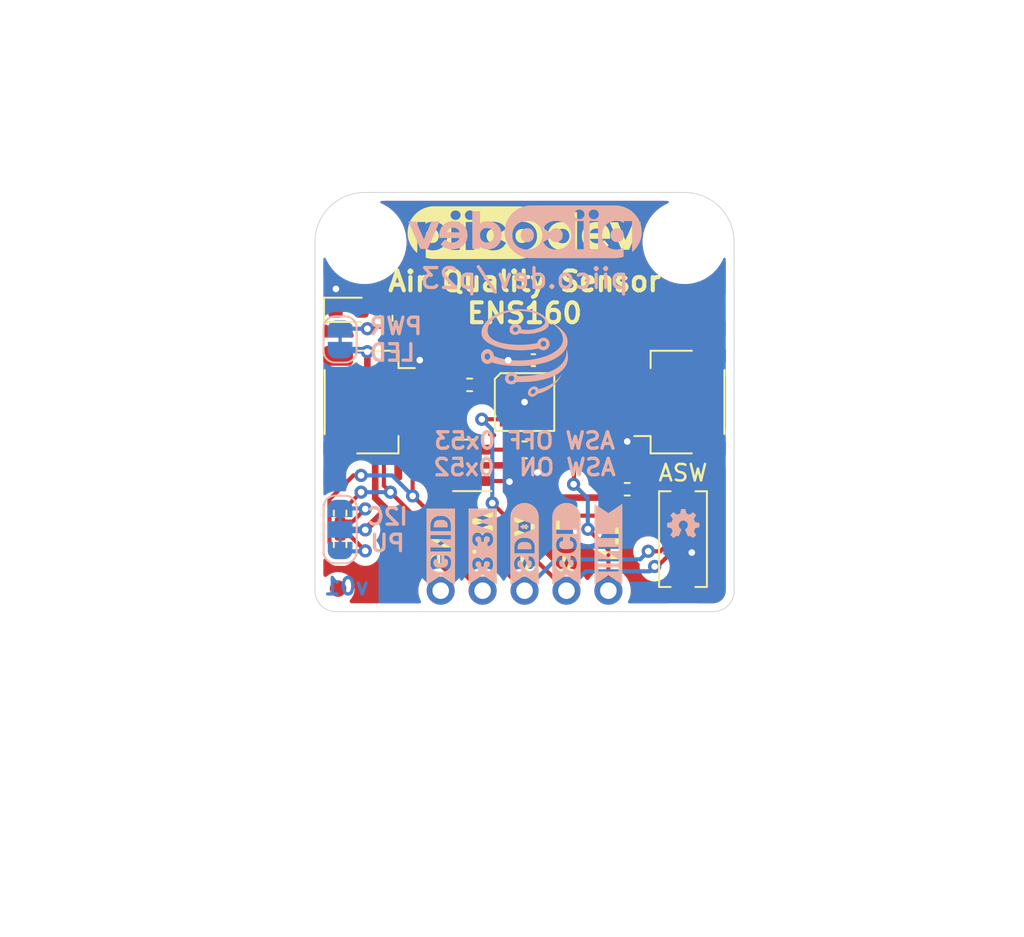
<source format=kicad_pcb>
(kicad_pcb (version 20211014) (generator pcbnew)
  (title_block (title "PiicoDev Air Quality Sensor") (date "2022-05-04") (rev "00") (company "Core Electronics") (comment 1 "Designed by Peter Johnston at") (comment 2 "PiicoDev and the PiicoDev logo are trademarks of Core Electronics Pty Ltd.") (comment 3 "License: CCASAv4.0 http://creativecommons.org/licenses/by-sa/4.0"))
  (layers (0 "F.Cu" signal) (31 "B.Cu" signal) (34 "B.Paste" user) (35 "F.Paste" user) (36 "B.SilkS" user "B.Silkscreen") (37 "F.SilkS" user "F.Silkscreen") (38 "B.Mask" user) (39 "F.Mask" user) (44 "Edge.Cuts" user))
  (net 0 "")
  (net 1 "+3V3")
  (net 2 "GND")
  (net 3 "Net-(D1-Pad2)")
  (net 4 "/SCL")
  (net 5 "/SDA")
  (net 6 "Net-(JP1-Pad2)")
  (net 7 "Net-(JP2-Pad1)")
  (net 8 "Net-(JP2-Pad3)")
  (net 9 "Net-(C2-Pad1)")
  (net 10 "/INT")
  (net 11 "Net-(R5-Pad2)")
  (net 12 "Net-(U1-Pad3)")
  (footprint "Connector_JST:JST_SH_SM04B-SRSS-TB_1x04-1MP_P1.00mm_Horizontal" (layer "F.Cu") (at 106.7054 101.346 90)
    (fp_text reference "J2" hide)
    (fp_text value " " hide)
    (pad "1" smd roundrect locked (at -1.5 -2 90) (size 0.6 1.55) (layers "F.Cu" "F.Paste" "F.Mask") (net 2 "GND"))
    (pad "2" smd roundrect locked (at -0.5 -2 90) (size 0.6 1.55) (layers "F.Cu" "F.Paste" "F.Mask") (net 1 "+3V3"))
    (pad "3" smd roundrect locked (at 0.5 -2 90) (size 0.6 1.55) (layers "F.Cu" "F.Paste" "F.Mask") (net 5 "/SDA"))
    (pad "4" smd roundrect locked (at 1.5 -2 90) (size 0.6 1.55) (layers "F.Cu" "F.Paste" "F.Mask") (net 4 "/SCL"))
    (pad "MP" smd roundrect locked (at -2.8 1.875 90) (size 1.2 1.8) (layers "F.Cu" "F.Paste" "F.Mask") (roundrect_rratio 0.2083333333))
    (pad "MP" smd roundrect locked (at 2.8 1.875 90) (size 1.2 1.8) (layers "F.Cu" "F.Paste" "F.Mask") (roundrect_rratio 0.2083333333))
  )
  (footprint "CoreElectronics_Components:MountingHole_2.7mm_M2.5_PadClearance_1.2" (layer "F.Cu") (at 87.582 91.646)
    (fp_text reference "H1" hide)
    (fp_text value "MountingHole" hide)
    (pad "" np_thru_hole circle locked (at 0 0) (size 2.7 2.7) (drill 2.7) (layers *.Cu *.Mask))
  )
  (footprint "Fiducial:Fiducial_1mm_Mask2mm" (layer "F.Cu") (at 85.979 112.649)
    (fp_text reference "FID1" hide)
    (fp_text value "Fiducial" hide)
    (pad "" smd circle locked (at 0 0) (size 1 1) (layers "F.Cu" "F.Mask") (clearance 0.5))
  )
  (footprint "CoreElectronics_Components:MountingHole_2.7mm_M2.5_PadClearance_1.2" (layer "F.Cu") (at 106.982 91.646)
    (fp_text reference "H2" hide)
    (fp_text value "MountingHole" hide)
    (pad "" np_thru_hole circle locked (at 0 0) (size 2.7 2.7) (drill 2.7) (layers *.Cu *.Mask))
  )
  (footprint "Fiducial:Fiducial_1mm_Mask2mm" (layer "F.Cu") (at 108.585 95.631)
    (fp_text reference "FID2" hide)
    (fp_text value "Fiducial" hide)
    (pad "" smd circle locked (at 0 0) (size 1 1) (layers "F.Cu" "F.Mask") (clearance 0.5))
  )
  (footprint "Resistor_SMD:R_0402_1005Metric" (layer "F.Cu") (at 88.9 96.266 90)
    (fp_text reference "R1" hide)
    (fp_text value "10k")
    (pad "1" smd roundrect locked (at -0.51 0 90) (size 0.54 0.64) (layers "F.Cu" "F.Paste" "F.Mask") (net 6 "Net-(JP1-Pad2)"))
    (pad "2" smd roundrect locked (at 0.51 0 90) (size 0.54 0.64) (layers "F.Cu" "F.Paste" "F.Mask") (net 3 "Net-(D1-Pad2)"))
  )
  (footprint "LED_SMD:LED_0603_1608Metric" (layer "F.Cu") (at 86.614 95.758)
    (fp_text reference "D1" hide)
    (fp_text value "LED")
    (pad "1" smd roundrect locked (at -0.7875 0) (size 0.875 0.95) (layers "F.Cu" "F.Paste" "F.Mask") (net 2 "GND"))
    (pad "2" smd roundrect locked (at 0.7875 0) (size 0.875 0.95) (layers "F.Cu" "F.Paste" "F.Mask") (net 3 "Net-(D1-Pad2)"))
  )
  (footprint "Connector_JST:JST_SH_SM04B-SRSS-TB_1x04-1MP_P1.00mm_Horizontal" (layer "F.Cu") (at 87.8586 101.346 -90)
    (fp_text reference "J1" hide)
    (fp_text value " " hide)
    (pad "1" smd roundrect locked (at -1.5 -2 270) (size 0.6 1.55) (layers "F.Cu" "F.Paste" "F.Mask") (net 2 "GND"))
    (pad "2" smd roundrect locked (at -0.5 -2 270) (size 0.6 1.55) (layers "F.Cu" "F.Paste" "F.Mask") (net 1 "+3V3"))
    (pad "3" smd roundrect locked (at 0.5 -2 270) (size 0.6 1.55) (layers "F.Cu" "F.Paste" "F.Mask") (net 5 "/SDA"))
    (pad "4" smd roundrect locked (at 1.5 -2 270) (size 0.6 1.55) (layers "F.Cu" "F.Paste" "F.Mask") (net 4 "/SCL"))
    (pad "MP" smd roundrect locked (at -2.8 1.875 270) (size 1.2 1.8) (layers "F.Cu" "F.Paste" "F.Mask") (roundrect_rratio 0.2083333333))
    (pad "MP" smd roundrect locked (at 2.8 1.875 270) (size 1.2 1.8) (layers "F.Cu" "F.Paste" "F.Mask") (roundrect_rratio 0.2083333333))
  )
  (footprint "CoreElectronics_Artwork:piicodev_logo_14.2x3.4mm" (layer "F.Cu") (at 97.282 91.186)
    (fp_text reference "G1" hide)
    (fp_text value "LOGO_PiicoDev" hide)
  )
  (footprint "Resistor_SMD:R_0402_1005Metric" (layer "F.Cu") (at 86.106 109.982 -90)
    (fp_text reference "R2" hide)
    (fp_text value "10k")
    (pad "1" smd roundrect locked (at -0.51 0 270) (size 0.54 0.64) (layers "F.Cu" "F.Paste" "F.Mask") (net 8 "Net-(JP2-Pad3)"))
    (pad "2" smd roundrect locked (at 0.51 0 270) (size 0.54 0.64) (layers "F.Cu" "F.Paste" "F.Mask") (net 4 "/SCL"))
  )
  (footprint "Resistor_SMD:R_0402_1005Metric" (layer "F.Cu") (at 86.106 108.077 90)
    (fp_text reference "R3" hide)
    (fp_text value "10k")
    (pad "1" smd roundrect locked (at -0.51 0 90) (size 0.54 0.64) (layers "F.Cu" "F.Paste" "F.Mask") (net 7 "Net-(JP2-Pad1)"))
    (pad "2" smd roundrect locked (at 0.51 0 90) (size 0.54 0.64) (layers "F.Cu" "F.Paste" "F.Mask") (net 5 "/SDA"))
  )
  (footprint "kibuzzard-6285E559" (layer "F.Cu") (at 94.742 110.094931 90)
    (fp_text reference "kibuzzard-6285E559" hide)
    (fp_text value "G***" hide)
  )
  (footprint "CoreElectronics_Components:PiicoDev_header_5pin" (layer "F.Cu") (at 92.202 112.776 90)
    (fp_text reference "J3" hide)
    (fp_text value "Conn_01x05_Male" hide)
    (pad "1" thru_hole circle locked (at 0 0 90) (size 1.7 1.7) (drill 1) (layers *.Cu *.Mask) (net 2 "GND"))
    (pad "2" thru_hole oval locked (at 0 2.54 90) (size 1.7 1.7) (drill 1) (layers *.Cu *.Mask) (net 1 "+3V3"))
    (pad "3" thru_hole oval locked (at 0 5.08 90) (size 1.7 1.7) (drill 1) (layers *.Cu *.Mask) (net 5 "/SDA"))
    (pad "4" thru_hole oval locked (at 0 7.62 90) (size 1.7 1.7) (drill 1) (layers *.Cu *.Mask) (net 4 "/SCL"))
    (pad "5" thru_hole oval locked (at 0 10.16 90) (size 1.7 1.7) (drill 1) (layers *.Cu *.Mask) (net 10 "/INT"))
  )
  (footprint "Resistor_SMD:R_0402_1005Metric" (layer "F.Cu") (at 103.505 106.6292)
    (fp_text reference "R4" hide)
    (fp_text value "10k")
    (pad "1" smd roundrect (at -0.51 0) (size 0.54 0.64) (layers "F.Cu" "F.Paste" "F.Mask") (net 1 "+3V3"))
    (pad "2" smd roundrect (at 0.51 0) (size 0.54 0.64) (layers "F.Cu" "F.Paste" "F.Mask") (net 12 "Net-(U1-Pad3)"))
  )
  (footprint "CoreElectronics_Components:SW_DIP_x01_Slide_CHS-01A1" (layer "F.Cu") (at 106.8832 109.6518)
    (fp_text reference "ASW1" hide)
    (fp_text value "SW_DIP_x01")
    (pad "1" smd rect (at 0 2.54) (size 1 1.6) (layers "F.Cu" "F.Paste" "F.Mask") (net 2 "GND"))
    (pad "2" smd rect (at 0 -2.54) (size 1 1.6) (layers "F.Cu" "F.Paste" "F.Mask") (net 12 "Net-(U1-Pad3)"))
  )
  (footprint "Capacitor_SMD:C_0603_1608Metric" (layer "F.Cu") (at 97.282 104.2416)
    (fp_text reference "C2" hide)
    (fp_text value "10u")
    (pad "1" smd roundrect (at -0.775 0) (size 0.9 0.95) (layers "F.Cu" "F.Paste" "F.Mask") (net 9 "Net-(C2-Pad1)"))
    (pad "2" smd roundrect (at 0.775 0) (size 0.9 0.95) (layers "F.Cu" "F.Paste" "F.Mask") (net 2 "GND"))
  )
  (footprint "kibuzzard-6285E79D" (layer "F.Cu") (at 102.362 109.959149 90)
    (fp_text reference "kibuzzard-6285E79D" hide)
    (fp_text value "G***" hide)
  )
  (footprint "kibuzzard-6285E748" (layer "F.Cu") (at 99.822 109.929164 90)
    (fp_text reference "kibuzzard-6285E748" hide)
    (fp_text value "G***" hide)
  )
  (footprint "kibuzzard-6285E695" (layer "F.Cu") (at 92.202 110.109 90)
    (fp_text reference "kibuzzard-6285E695" hide)
    (fp_text value "G***" hide)
  )
  (footprint "Capacitor_SMD:C_0402_1005Metric" (layer "F.Cu") (at 97.8154 98.806 180)
    (fp_text reference "C1" hide)
    (fp_text value "100n")
    (pad "1" smd roundrect (at -0.48 0 180) (size 0.56 0.62) (layers "F.Cu" "F.Paste" "F.Mask") (net 1 "+3V3"))
    (pad "2" smd roundrect (at 0.48 0 180) (size 0.56 0.62) (layers "F.Cu" "F.Paste" "F.Mask") (net 2 "GND"))
  )
  (footprint "Resistor_SMD:R_0402_1005Metric" (layer "F.Cu") (at 93.9546 100.3046)
    (fp_text reference "R5" hide)
    (fp_text value "120R")
    (pad "1" smd roundrect (at -0.51 0) (size 0.54 0.64) (layers "F.Cu" "F.Paste" "F.Mask") (net 5 "/SDA"))
    (pad "2" smd roundrect (at 0.51 0) (size 0.54 0.64) (layers "F.Cu" "F.Paste" "F.Mask") (net 11 "Net-(R5-Pad2)"))
  )
  (footprint "kibuzzard-6285E568" (layer "F.Cu") (at 97.282 109.94629 90)
    (fp_text reference "kibuzzard-6285E568" hide)
    (fp_text value "G***" hide)
  )
  (footprint "CoreElectronics_Components:ScioSense_ENS160" (layer "F.Cu") (at 97.282 101.346)
    (fp_text reference "U1" hide)
    (fp_text value "ENS160")
    (pad "1" smd rect (at -1.05 -1.05) (size 0.9 0.85) (layers "F.Cu" "F.Paste" "F.Mask") (net 11 "Net-(R5-Pad2)"))
    (pad "2" smd rect (at -1.05 0) (size 0.9 0.85) (layers "F.Cu" "F.Paste" "F.Mask") (net 4 "/SCL"))
    (pad "3" smd rect (at -1.05 1.05) (size 0.9 0.85) (layers "F.Cu" "F.Paste" "F.Mask") (net 12 "Net-(U1-Pad3)"))
    (pad "4" smd rect (at 0 1.05) (size 0.9 0.85) (layers "F.Cu" "F.Paste" "F.Mask") (net 9 "Net-(C2-Pad1)"))
    (pad "5" smd rect (at 1.05 1.05) (size 0.9 0.85) (layers "F.Cu" "F.Paste" "F.Mask") (net 1 "+3V3"))
    (pad "6" smd rect (at 1.05 0) (size 0.9 0.85) (layers "F.Cu" "F.Paste" "F.Mask") (net 10 "/INT"))
    (pad "7" smd rect (at 1.05 -1.05) (size 0.9 0.85) (layers "F.Cu" "F.Paste" "F.Mask") (net 1 "+3V3"))
    (pad "8" smd rect (at 0 -1.05) (size 0.9 0.85) (layers "F.Cu" "F.Paste" "F.Mask") (net 2 "GND"))
    (pad "9" smd rect (at 0 0) (size 0.9 0.85) (layers "F.Cu" "F.Paste" "F.Mask") (net 2 "GND"))
  )
  (footprint "kibuzzard-6285E695" (layer "F.Cu") (at 92.202 110.109 90)
    (fp_text reference "kibuzzard-6285E695" hide)
    (fp_text value "G***" hide)
  )
  (footprint "Package_TO_SOT_SMD:SOT-23" (layer "F.Cu") (at 93.599 105.1814 180)
    (fp_text reference "U2" hide)
    (fp_text value "Regulator 1V8")
    (pad "1" smd roundrect (at -0.9375 -0.95 180) (size 1.475 0.6) (layers "F.Cu" "F.Paste" "F.Mask") (net 2 "GND"))
    (pad "2" smd roundrect (at -0.9375 0.95 180) (size 1.475 0.6) (layers "F.Cu" "F.Paste" "F.Mask") (net 9 "Net-(C2-Pad1)"))
    (pad "3" smd roundrect (at 0.9375 0 180) (size 1.475 0.6) (layers "F.Cu" "F.Paste" "F.Mask") (net 1 "+3V3"))
  )
  (footprint "CoreElectronics_Artwork:piicodev_logo_14.2x3.4mm" (layer "B.Cu") (at 97.297953 91.1352 180)
    (fp_text reference "G3" hide)
    (fp_text value "LOGO_made-with-love" hide)
  )
  (footprint "CoreElectronics_Artwork:oshw" (layer "B.Cu") (at 106.9086 108.712 180)
    (fp_text reference "LOGO1" hide)
    (fp_text value "Logo_Open_Hardware_Small" hide)
  )
  (footprint "CoreElectronics_Artwork:CoreElectronics_logo_5mm" (layer "B.Cu") (at 97.282 98.3742 180)
    (fp_text reference "G2" hide)
    (fp_text value "LOGO_CoreElectronics_no-text" hide)
  )
  (footprint "CoreElectronics_Components:SolderJumper-2_P1.3mm_Bridged_RoundedPad1.0x1.5mm" (layer "B.Cu") (at 86.106 97.551 90)
    (fp_text reference "JP1" hide)
    (fp_text value "LED")
    (fp_poly (pts (xy 0.25 0.1) (xy -0.25 0.1) (xy -0.25 -0.1) (xy 0.25 -0.1)) (layer "B.Cu") (width 0) (fill solid))
    (pad "1" smd custom locked (at -0.65 0 90) (size 1 0.5) (layers "B.Cu" "B.Mask") (net 1 "+3V3") (options (clearance outline) (anchor rect)) (primitives (gr_circle (center 0 -0.25) (end 0.5 -0.25) (width 0) (fill yes)) (gr_circle (center 0 0.25) (end 0.5 0.25) (width 0) (fill yes)) (gr_poly (pts (xy 0 0.75) (xy 0.5 0.75) (xy 0.5 -0.75) (xy 0 -0.75)) (width 0) (fill yes))))
    (pad "2" smd custom locked (at 0.65 0 90) (size 1 0.5) (layers "B.Cu" "B.Mask") (net 6 "Net-(JP1-Pad2)") (options (clearance outline) (anchor rect)) (primitives (gr_circle (center 0 -0.25) (end 0.5 -0.25) (width 0) (fill yes)) (gr_circle (center 0 0.25) (end 0.5 0.25) (width 0) (fill yes)) (gr_poly (pts (xy 0 0.75) (xy -0.5 0.75) (xy -0.5 -0.75) (xy 0 -0.75)) (width 0) (fill yes))))
  )
  (footprint "kibuzzard-6285E568" (layer "B.Cu") (at 97.282 109.94629 90)
    (fp_text reference "kibuzzard-6285E568" hide)
    (fp_text value "G***" hide)
  )
  (footprint "kibuzzard-6285E79D" (layer "B.Cu") (at 102.362 109.959149 90)
    (fp_text reference "kibuzzard-6285E79D" hide)
    (fp_text value "G***" hide)
  )
  (footprint "kibuzzard-6285E559" (layer "B.Cu") (at 94.742 110.094931 90)
    (fp_text reference "kibuzzard-6285E559" hide)
    (fp_text value "G***" hide)
  )
  (footprint "CoreElectronics_Components:SolderJumper-3_P1.3mm_Closed_RoundedPad1.0x1.5mm_NumberLabels" (layer "B.Cu") (at 86.106 109.0676 -90)
    (fp_text reference "JP2" hide)
    (fp_text value "SolderJumper_3_Bridged123-Jumper")
    (fp_line (start -0.85 0) (end 0.85 0) (layer "B.Cu") (width 0.2))
    (pad "1" smd custom locked (at -1.3 0 270) (size 1 0.5) (layers "B.Cu" "B.Mask") (net 7 "Net-(JP2-Pad1)") (options (clearance outline) (anchor rect)) (primitives (gr_circle (center 0 -0.25) (end 0.5 -0.25) (width 0) (fill yes)) (gr_circle (center 0 0.25) (end 0.5 0.25) (width 0) (fill yes)) (gr_poly (pts (xy 0.55 0.75) (xy 0 0.75) (xy 0 -0.75) (xy 0.55 -0.75)) (width 0) (fill yes))))
    (pad "2" smd rect locked (at 0 0 270) (size 1 1.5) (layers "B.Cu" "B.Mask") (net 1 "+3V3"))
    (pad "3" smd custom locked (at 1.3 0 270) (size 1 0.5) (layers "B.Cu" "B.Mask") (net 8 "Net-(JP2-Pad3)") (options (clearance outline) (anchor rect)) (primitives (gr_circle (center 0 -0.25) (end 0.5 -0.25) (width 0) (fill yes)) (gr_circle (center 0 0.25) (end 0.5 0.25) (width 0) (fill yes)) (gr_poly (pts (xy -0.55 0.75) (xy 0 0.75) (xy 0 -0.75) (xy -0.55 -0.75)) (width 0) (fill yes))))
  )
  (footprint "kibuzzard-6285E695" (layer "B.Cu") (at 92.202 110.109 90)
    (fp_text reference "kibuzzard-6285E695" hide)
    (fp_text value "G***" hide)
  )
  (footprint "kibuzzard-6285E748" (layer "B.Cu") (at 99.822 109.929164 90)
    (fp_text reference "kibuzzard-6285E748" hide)
    (fp_text value "G***" hide)
  )
  (gr_arc (start 109.982 112.776) (mid 109.610026 113.674026) (end 108.712 114.046) (layer "Edge.Cuts") (width 0.05))
  (gr_arc (start 85.852 114.046) (mid 84.953974 113.674026) (end 84.582 112.776) (layer "Edge.Cuts") (width 0.05))
  (gr_line (start 108.712 114.046) (end 85.852 114.046) (layer "Edge.Cuts") (width 0.05))
  (gr_line (start 87.582 88.646) (end 106.982 88.646) (layer "Edge.Cuts") (width 0.05))
  (gr_line (start 109.982 91.646) (end 109.982 112.776) (layer "Edge.Cuts") (width 0.05))
  (gr_arc (start 106.982 88.646) (mid 109.10332 89.52468) (end 109.982 91.646) (layer "Edge.Cuts") (width 0.05))
  (gr_line (start 84.582 112.776) (end 84.582 91.646) (layer "Edge.Cuts") (width 0.05))
  (gr_arc (start 84.582 91.646) (mid 85.46068 89.52468) (end 87.582 88.646) (layer "Edge.Cuts") (width 0.05))
  (gr_text "v01" (at 86.492 112.522) (layer "B.Cu") (effects (font (size 1 1) (thickness 0.2)) (justify mirror)))
  (gr_text "piico.dev/p23" (at 97.282 93.853) (layer "B.SilkS") (effects (font (size 1.2 1.2) (thickness 0.2)) (justify mirror)))
  (gr_text "PWR\nLED" (at 87.7824 97.551) (layer "B.SilkS") (effects (font (size 1 1) (thickness 0.2)) (justify right mirror)))
  (gr_text "I2C\nPU" (at 88.9762 109.093) (layer "B.SilkS") (effects (font (size 1 1) (thickness 0.2)) (justify mirror)))
  (gr_text "ASW OFF 0x53\nASW ON  0x52" (at 97.282 104.4956) (layer "B.SilkS") (effects (font (size 1 1) (thickness 0.2)) (justify mirror)))
  (gr_text "Air Quality Sensor\nENS160" (at 97.282 94.996) (layer "F.SilkS") (effects (font (size 1.2 1.2) (thickness 0.25))))
  (gr_text "ASW" (at 106.8832 105.6386) (layer "F.SilkS") (effects (font (size 1 1))))
  (segment (start 102.995 106.428) (end 106.36636 103.05664) (width 0.4) (layer "F.Cu") (net 1))
  (segment (start 92.583 111.506) (end 93.472 111.506) (width 0.4) (layer "F.Cu") (net 1))
  (segment (start 105.8465 101.846) (end 106.36636 102.36586) (width 0.4) (layer "F.Cu") (net 1))
  (segment (start 98.93152 102.99552) (end 98.93152 104.59572) (width 0.4) (layer "F.Cu") (net 1))
  (segment (start 87.757 99.949) (end 88.654 100.846) (width 0.4) (layer "F.Cu") (net 1))
  (segment (start 98.93152 104.59572) (end 98.93152 106.50368) (width 0.4) (layer "F.Cu") (net 1))
  (segment (start 96.52 105.1814) (end 97.269889 105.931289) (width 0.4) (layer "F.Cu") (net 1))
  (segment (start 97.92932 106.6038) (end 98.8314 106.6038) (width 0.4) (layer "F.Cu") (net 1))
  (segment (start 88.23358 107.15658) (end 88.8365 107.7595) (width 0.4) (layer "F.Cu") (net 1))
  (segment (start 88.23358 101.26642) (end 88.23358 107.15658) (width 0.4) (layer "F.Cu") (net 1))
  (segment (start 98.93152 106.50368) (end 98.8314 106.6038) (width 0.4) (layer "F.Cu") (net 1))
  (segment (start 87.757 98.298) (end 87.757 99.949) (width 0.4) (layer "F.Cu") (net 1))
  (segment (start 87.63 109.093) (end 88.8365 107.8865) (width 0.4) (layer "F.Cu") (net 1))
  (segment (start 88.8365 107.7595) (end 92.583 111.506) (width 0.4) (layer "F.Cu") (net 1))
  (segment (start 93.472 111.506) (end 94.742 112.776) (width 0.4) (layer "F.Cu") (net 1))
  (segment (start 91.827275 100.846) (end 89.8586 100.846) (width 0.4) (layer "F.Cu") (net 1))
  (segment (start 101.3354 101.846) (end 104.7054 101.846) (width 0.4) (layer "F.Cu") (net 1))
  (segment (start 99.3648 107.1372) (end 102.487 107.1372) (width 0.4) (layer "F.Cu") (net 1))
  (segment (start 102.487 107.1372) (end 102.995 106.6292) (width 0.4) (layer "F.Cu") (net 1))
  (segment (start 95.213475 97.4598) (end 91.827275 100.846) (width 0.4) (layer "F.Cu") (net 1))
  (segment (start 98.2954 98.806) (end 98.2954 100.2594) (width 0.4) (layer "F.Cu") (net 1))
  (segment (start 88.654 100.846) (end 89.8586 100.846) (width 0.4) (layer "F.Cu") (net 1))
  (segment (start 98.298 98.8034) (end 98.298 98.171) (width 0.4) (layer "F.Cu") (net 1))
  (segment (start 98.2954 98.806) (end 101.3354 101.846) (width 0.4) (layer "F.Cu") (net 1))
  (segment (start 97.269889 105.944369) (end 97.92932 106.6038) (width 0.4) (layer "F.Cu") (net 1))
  (segment (start 97.269889 105.931289) (end 97.269889 105.944369) (width 0.4) (layer "F.Cu") (net 1))
  (segment (start 98.298 98.171) (end 97.5868 97.4598) (width 0.4) (layer "F.Cu") (net 1))
  (segment (start 88.8365 107.8865) (end 88.8365 107.7595) (width 0.4) (layer "F.Cu") (net 1))
  (segment (start 88.654 100.846) (end 88.23358 101.26642) (width 0.4) (layer "F.Cu") (net 1))
  (segment (start 98.8314 106.6038) (end 99.3648 107.1372) (width 0.4) (layer "F.Cu") (net 1))
  (segment (start 102.995 106.6292) (end 102.995 106.428) (width 0.4) (layer "F.Cu") (net 1))
  (segment (start 98.2954 100.2594) (end 98.332 100.296) (width 0.4) (layer "F.Cu") (net 1))
  (segment (start 106.36636 102.36586) (end 106.36636 103.05664) (width 0.4) (layer "F.Cu") (net 1))
  (segment (start 92.6615 105.1814) (end 96.52 105.1814) (width 0.4) (layer "F.Cu") (net 1))
  (segment (start 97.5868 97.4598) (end 95.213475 97.4598) (width 0.4) (layer "F.Cu") (net 1))
  (segment (start 98.332 102.396) (end 98.93152 102.99552) (width 0.4) (layer "F.Cu") (net 1))
  (segment (start 104.7054 101.846) (end 105.8465 101.846) (width 0.4) (layer "F.Cu") (net 1))
  (via (at 87.757 98.298) (size 0.8) (drill 0.4) (layers "F.Cu" "B.Cu") (net 1))
  (via (at 87.63 109.093) (size 0.8) (drill 0.4) (layers "F.Cu" "B.Cu") (net 1))
  (segment (start 86.106 98.201) (end 87.152 98.201) (width 0.4) (layer "B.Cu") (net 1))
  (segment (start 86.106 109.093) (end 87.63 109.093) (width 0.4) (layer "B.Cu") (net 1))
  (segment (start 87.66 98.201) (end 87.757 98.298) (width 0.4) (layer "B.Cu") (net 1))
  (segment (start 87.152 98.201) (end 87.66 98.201) (width 0.4) (layer "B.Cu") (net 1))
  (segment (start 103.505 103.7336) (end 103.505 103.703565) (width 0.25) (layer "F.Cu") (net 2))
  (segment (start 97.3354 98.806) (end 97.3354 100.2426) (width 0.25) (layer "F.Cu") (net 2))
  (segment (start 90.932 98.806) (end 90.8986 98.806) (width 0.25) (layer "F.Cu") (net 2))
  (segment (start 90.8986 98.806) (end 89.8586 99.846) (width 0.25) (layer "F.Cu") (net 2))
  (segment (start 97.3354 98.806) (end 96.2914 98.806) (width 0.25) (layer "F.Cu") (net 2))
  (segment (start 98.0694 105.6132) (end 98.057 105.6008) (width 0.25) (layer "F.Cu") (net 2))
  (segment (start 85.8265 94.5135) (end 85.852 94.488) (width 0.25) (layer "F.Cu") (net 2))
  (segment (start 96.327 106.1314) (end 96.3676 106.172) (width 0.25) (layer "F.Cu") (net 2))
  (segment (start 97.3354 100.2426) (end 97.282 100.296) (width 0.25) (layer "F.Cu") (net 2))
  (segment (start 103.505 103.703565) (end 104.362565 102.846) (width 0.25) (layer "F.Cu") (net 2))
  (segment (start 104.362565 102.846) (end 104.7054 102.846) (width 0.25) (layer "F.Cu") (net 2))
  (segment (start 98.057 105.6008) (end 98.057 104.2416) (width 0.25) (layer "F.Cu") (net 2))
  (segment (start 94.5365 106.1314) (end 96.327 106.1314) (width 0.25) (layer "F.Cu") (net 2))
  (segment (start 106.8832 112.1918) (end 106.8832 110.998) (width 0.25) (layer "F.Cu") (net 2))
  (segment (start 106.8832 110.998) (end 107.4166 110.4646) (width 0.25) (layer "F.Cu") (net 2))
  (segment (start 85.8265 95.758) (end 85.8265 94.5135) (width 0.25) (layer "F.Cu") (net 2))
  (via (at 103.505 103.7336) (size 0.8) (drill 0.4) (layers "F.Cu" "B.Cu") (net 2))
  (via (at 85.852 94.488) (size 0.8) (drill 0.4) (layers "F.Cu" "B.Cu") (net 2))
  (via (at 90.932 98.806) (size 0.8) (drill 0.4) (layers "F.Cu" "B.Cu") (net 2))
  (via (at 107.4166 110.4646) (size 0.8) (drill 0.4) (layers "F.Cu" "B.Cu") (net 2))
  (via (at 97.282 101.346) (size 0.8) (drill 0.4) (layers "F.Cu" "B.Cu") (net 2))
  (via (at 98.0694 105.6132) (size 0.8) (drill 0.4) (layers "F.Cu" "B.Cu") (net 2))
  (via (at 96.3676 106.172) (size 0.8) (drill 0.4) (layers "F.Cu" "B.Cu") (net 2))
  (via (at 96.2914 98.806) (size 0.8) (drill 0.4) (layers "F.Cu" "B.Cu") (net 2))
  (segment (start 88.898 95.758) (end 88.9 95.756) (width 0.25) (layer "F.Cu") (net 3))
  (segment (start 87.4015 95.758) (end 88.898 95.758) (width 0.25) (layer "F.Cu") (net 3))
  (segment (start 107.3404 101.11599) (end 106.07041 99.846) (width 0.25) (layer "F.Cu") (net 4))
  (segment (start 89.8586 103.4354) (end 89.8586 102.846) (width 0.25) (layer "F.Cu") (net 4))
  (segment (start 90.5256 107.0356) (end 94.02098 110.53098) (width 0.25) (layer "F.Cu") (net 4))
  (segment (start 85.46099 109.84699) (end 85.46099 107.241456) (width 0.25) (layer "F.Cu") (net 4))
  (segment (start 90.5002 107.0356) (end 90.5256 107.0356) (width 0.25) (layer "F.Cu") (net 4))
  (segment (start 97.57698 110.53098) (end 99.822 112.776) (width 0.25) (layer "F.Cu") (net 4))
  (segment (start 89.8586 102.846) (end 91.8196 102.846) (width 0.25) (layer "F.Cu") (net 4))
  (segment (start 105.166491 111.308302) (end 105.333482 111.308302) (width 0.25) (layer "F.Cu") (net 4))
  (segment (start 90.5002 107.0356) (end 90.5002 104.077) (width 0.25) (layer "F.Cu") (net 4))
  (segment (start 91.8196 102.846) (end 93.3196 101.346) (width 0.25) (layer "F.Cu") (net 4))
  (segment (start 107.3404 104.718493) (end 107.3404 101.11599) (width 0.25) (layer "F.Cu") (net 4))
  (segment (start 86.106 110.492) (end 85.46099 109.84699) (width 0.25) (layer "F.Cu") (net 4))
  (segment (start 105.333482 111.308302) (end 108.17092 108.470864) (width 0.25) (layer "F.Cu") (net 4))
  (segment (start 108.17092 105.549013) (end 107.3404 104.718493) (width 0.25) (layer "F.Cu") (net 4))
  (segment (start 85.46099 107.241456) (end 86.911446 105.791) (width 0.25) (layer "F.Cu") (net 4))
  (segment (start 86.911446 105.791) (end 87.376 105.791) (width 0.25) (layer "F.Cu") (net 4))
  (segment (start 90.5002 104.077) (end 89.8586 103.4354) (width 0.25) (layer "F.Cu") (net 4))
  (segment (start 93.3196 101.346) (end 96.232 101.346) (width 0.25) (layer "F.Cu") (net 4))
  (segment (start 94.02098 110.53098) (end 97.57698 110.53098) (width 0.25) (layer "F.Cu") (net 4))
  (segment (start 106.07041 99.846) (end 104.7054 99.846) (width 0.25) (layer "F.Cu") (net 4))
  (segment (start 108.17092 108.470864) (end 108.17092 105.549013) (width 0.25) (layer "F.Cu") (net 4))
  (via (at 105.166491 111.308302) (size 0.8) (drill 0.4) (layers "F.Cu" "B.Cu") (net 4))
  (via (at 90.5002 107.0356) (size 0.8) (drill 0.4) (layers "F.Cu" "B.Cu") (net 4))
  (via (at 87.376 105.791) (size 0.8) (drill 0.4) (layers "F.Cu" "B.Cu") (net 4))
  (segment (start 105.166491 111.308302) (end 104.873304 111.601489) (width 0.25) (layer "B.Cu") (net 4))
  (segment (start 104.873304 111.601489) (end 100.996511 111.601489) (width 0.25) (layer "B.Cu") (net 4))
  (segment (start 89.2556 105.791) (end 90.5002 107.0356) (width 0.25) (layer "B.Cu") (net 4))
  (segment (start 100.996511 111.601489) (end 99.822 112.776) (width 0.25) (layer "B.Cu") (net 4))
  (segment (start 87.376 105.791) (end 89.2556 105.791) (width 0.25) (layer "B.Cu") (net 4))
  (segment (start 95.48699 110.98099) (end 97.282 112.776) (width 0.25) (layer "F.Cu") (net 5))
  (segment (start 94.50501 110.98099) (end 95.48699 110.98099) (width 0.25) (layer "F.Cu") (net 5))
  (segment (start 107.7214 108.1786) (end 107.7214 106.026378) (width 0.25) (layer "F.Cu") (net 5))
  (segment (start 88.75859 102.17101) (end 88.75859 106.41159) (width 0.25) (layer "F.Cu") (net 5))
  (segment (start 88.75859 106.41159) (end 89.154 106.807) (width 0.25) (layer "F.Cu") (net 5))
  (segment (start 93.32799 110.98099) (end 94.50501 110.98099) (width 0.25) (layer "F.Cu") (net 5))
  (segment (start 89.0836 101.846) (end 88.75859 102.17101) (width 0.25) (layer "F.Cu") (net 5))
  (segment (start 89.154 106.807) (end 93.32799 110.98099) (width 0.25) (layer "F.Cu") (net 5))
  (segment (start 89.8586 101.846) (end 89.0836 101.846) (width 0.25) (layer "F.Cu") (net 5))
  (segment (start 106.89088 101.68388) (end 106.053 100.846) (width 0.25) (layer "F.Cu") (net 5))
  (segment (start 106.053 100.846) (end 104.7054 100.846) (width 0.25) (layer "F.Cu") (net 5))
  (segment (start 86.106 107.567) (end 86.616 107.567) (width 0.25) (layer "F.Cu") (net 5))
  (segment (start 86.616 107.567) (end 87.376 106.807) (width 0.25) (layer "F.Cu") (net 5))
  (segment (start 91.9032 101.846) (end 93.4446 100.3046) (width 0.25) (layer "F.Cu") (net 5))
  (segment (start 106.89088 105.195858) (end 106.89088 101.68388) (width 0.25) (layer "F.Cu") (net 5))
  (segment (start 104.779681 110.386684) (end 105.513316 110.386684) (width 0.25) (layer "F.Cu") (net 5))
  (segment (start 105.513316 110.386684) (end 107.7214 108.1786) (width 0.25) (layer "F.Cu") (net 5))
  (segment (start 107.7214 106.026378) (end 106.89088 105.195858) (width 0.25) (layer "F.Cu") (net 5))
  (segment (start 89.8586 101.846) (end 91.9032 101.846) (width 0.25) (layer "F.Cu") (net 5))
  (via (at 87.376 106.807) (size 0.8) (drill 0.4) (layers "F.Cu" "B.Cu") (net 5))
  (via (at 104.779681 110.386684) (size 0.8) (drill 0.4) (layers "F.Cu" "B.Cu") (net 5))
  (via (at 89.154 106.807) (size 0.8) (drill 0.4) (layers "F.Cu" "B.Cu") (net 5))
  (segment (start 99.181011 110.876989) (end 97.282 112.776) (width 0.25) (layer "B.Cu") (net 5))
  (segment (start 104.289376 110.876989) (end 99.181011 110.876989) (width 0.25) (layer "B.Cu") (net 5))
  (segment (start 104.779681 110.386684) (end 104.289376 110.876989) (width 0.25) (layer "B.Cu") (net 5))
  (segment (start 87.376 106.807) (end 89.154 106.807) (width 0.25) (layer "B.Cu") (net 5))
  (segment (start 88.263 96.776) (end 88.9 96.776) (width 0.25) (layer "F.Cu") (net 6))
  (segment (start 87.757 96.901) (end 88.138 96.901) (width 0.25) (layer "F.Cu") (net 6))
  (segment (start 88.138 96.901) (end 88.263 96.776) (width 0.25) (layer "F.Cu") (net 6))
  (via (at 87.757 96.901) (size 0.8) (drill 0.4) (layers "F.Cu" "B.Cu") (net 6))
  (segment (start 86.106 96.901) (end 87.757 96.901) (width 0.25) (layer "B.Cu") (net 6))
  (segment (start 87.63 107.823) (end 86.866 108.587) (width 0.25) (layer "F.Cu") (net 7))
  (segment (start 86.866 108.587) (end 86.106 108.587) (width 0.25) (layer "F.Cu") (net 7))
  (via (at 87.63 107.823) (size 0.8) (drill 0.4) (layers "F.Cu" "B.Cu") (net 7))
  (segment (start 86.106 107.793) (end 87.6 107.793) (width 0.25) (layer "B.Cu") (net 7))
  (segment (start 87.6 107.793) (end 87.63 107.823) (width 0.25) (layer "B.Cu") (net 7))
  (segment (start 87.63 110.363) (end 86.739 109.472) (width 0.25) (layer "F.Cu") (net 8))
  (segment (start 86.739 109.472) (end 86.106 109.472) (width 0.25) (layer "F.Cu") (net 8))
  (via (at 87.63 110.363) (size 0.8) (drill 0.4) (layers "F.Cu" "B.Cu") (net 8))
  (segment (start 86.106 110.393) (end 87.6 110.393) (width 0.25) (layer "B.Cu") (net 8))
  (segment (start 87.6 110.393) (end 87.63 110.363) (width 0.25) (layer "B.Cu") (net 8))
  (segment (start 97.282 102.396) (end 97.282 103.4666) (width 0.25) (layer "F.Cu") (net 9))
  (segment (start 96.4968 104.2314) (end 96.507 104.2416) (width 0.25) (layer "F.Cu") (net 9))
  (segment (start 97.282 103.4666) (end 96.507 104.2416) (width 0.25) (layer "F.Cu") (net 9))
  (segment (start 94.5365 104.2314) (end 96.4968 104.2314) (width 0.25) (layer "F.Cu") (net 9))
  (segment (start 102.362 112.776) (end 102.362 110.295801) (width 0.25) (layer "F.Cu") (net 10))
  (segment (start 102.362 110.295801) (end 101.1174 109.051201) (width 0.25) (layer "F.Cu") (net 10))
  (segment (start 99.3648 101.346) (end 98.332 101.346) (width 0.25) (layer "F.Cu") (net 10))
  (segment (start 100.2792 102.2604) (end 99.3648 101.346) (width 0.25) (layer "F.Cu") (net 10))
  (segment (start 100.2538 106.3244) (end 100.2792 106.299) (width 0.25) (layer "F.Cu") (net 10))
  (segment (start 100.2792 106.299) (end 100.2792 102.2604) (width 0.25) (layer "F.Cu") (net 10))
  (via (at 100.2538 106.3244) (size 0.8) (drill 0.4) (layers "F.Cu" "B.Cu") (net 10))
  (via (at 101.1174 109.051201) (size 0.8) (drill 0.4) (layers "F.Cu" "B.Cu") (net 10))
  (segment (start 100.2538 106.3244) (end 101.1174 107.188) (width 0.25) (layer "B.Cu") (net 10))
  (segment (start 101.1174 107.188) (end 101.1174 109.051201) (width 0.25) (layer "B.Cu") (net 10))
  (segment (start 96.2234 100.3046) (end 96.232 100.296) (width 0.25) (layer "F.Cu") (net 11))
  (segment (start 94.4646 100.3046) (end 96.2234 100.3046) (width 0.25) (layer "F.Cu") (net 11))
  (segment (start 95.3262 107.4674) (end 96.0902 108.2314) (width 0.25) (layer "F.Cu") (net 12))
  (segment (start 96.0902 108.2314) (end 102.4128 108.2314) (width 0.25) (layer "F.Cu") (net 12))
  (segment (start 94.6912 102.3874) (end 96.2234 102.3874) (width 0.25) (layer "F.Cu") (net 12))
  (segment (start 102.4128 108.2314) (end 104.015 106.6292) (width 0.25) (layer "F.Cu") (net 12))
  (segment (start 104.015 106.6292) (end 104.8766 106.6292) (width 0.25) (layer "F.Cu") (net 12))
  (segment (start 106.8832 107.1118) (end 105.3592 107.1118) (width 0.25) (layer "F.Cu") (net 12))
  (segment (start 104.8766 106.6292) (end 105.3592 107.1118) (width 0.25) (layer "F.Cu") (net 12))
  (segment (start 96.2234 102.3874) (end 96.232 102.396) (width 0.25) (layer "F.Cu") (net 12))
  (via (at 94.6912 102.3874) (size 0.8) (drill 0.4) (layers "F.Cu" "B.Cu") (net 12))
  (via (at 95.3262 107.4674) (size 0.8) (drill 0.4) (layers "F.Cu" "B.Cu") (net 12))
  (segment (start 94.6912 102.3874) (end 95.3262 103.0224) (width 0.25) (layer "B.Cu") (net 12))
  (segment (start 95.3262 103.0224) (end 95.3262 107.4674) (width 0.25) (layer "B.Cu") (net 12))
  (zone (net 0) (net_name "") (layer "F.Cu") (connect_pads (clearance 0.508)) (min_thickness 0.254) (fill yes (thermal_gap 0.508) (thermal_bridge_width 0.508))
    (polygon (pts (xy 109.982 114.046) (xy 84.582 114.046) (xy 84.582 88.646) (xy 109.982 88.646)))
  )
  (zone (net 2) (net_name "GND") (layer "B.Cu") (connect_pads (clearance 0.508)) (min_thickness 0.15) (fill yes (thermal_gap 0.508) (thermal_bridge_width 0.508))
    (polygon (pts (xy 108.204 88.9) (xy 108.966 89.408) (xy 109.601 90.17) (xy 109.982 91.313) (xy 109.982 92.075) (xy 109.982 93.472) (xy 109.982 96.146) (xy 109.982 111.1758) (xy 109.982 112.522) (xy 109.9185 113.03) (xy 109.601 113.538) (xy 109.093 113.919) (xy 108.585 114.046) (xy 107.0864 114.046) (xy 86.36 114.046) (xy 85.6615 113.9825) (xy 85.0265 113.6015) (xy 84.6455 112.9665) (xy 84.582 112.522) (xy 84.582 111.0488) (xy 84.582 91.7702) (xy 84.6582 90.9828) (xy 85.0138 90.1192) (xy 85.5218 89.4842) (xy 86.2076 89.0016) (xy 87.0204 88.6968) (xy 87.63 88.646) (xy 107.188 88.646)))
  )
)
</source>
